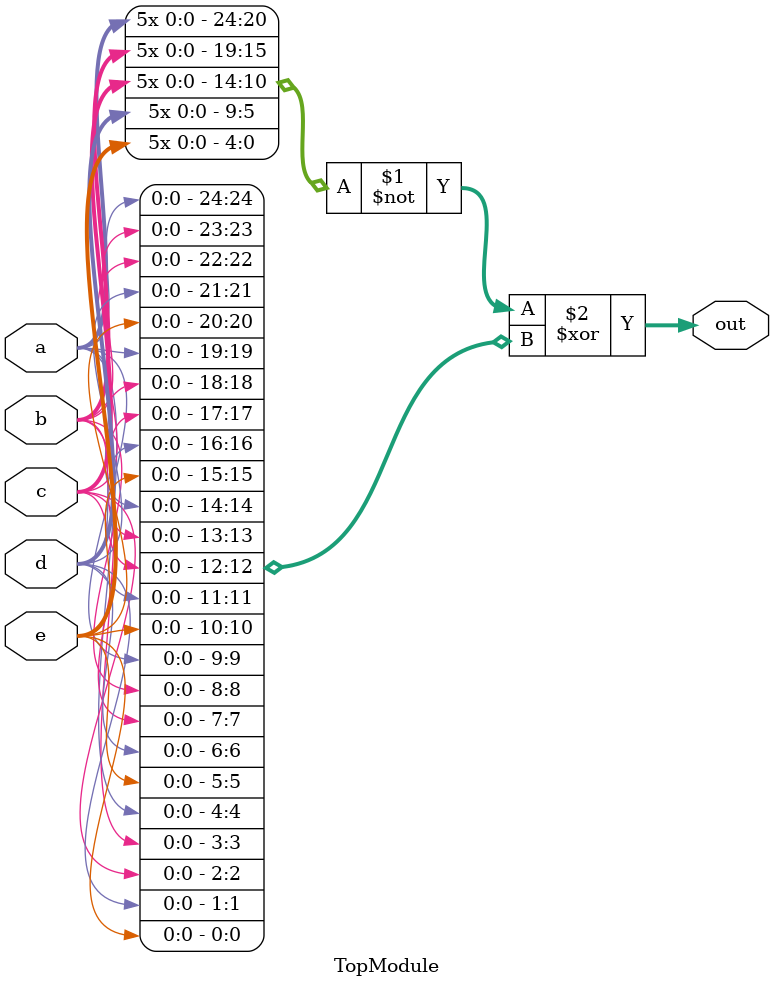
<source format=sv>
module TopModule (
  input a,
  input b,
  input c,
  input d,
  input e,
  output [24:0] out
);

  assign out = ~{ {5{a}}, {5{b}}, {5{c}}, {5{d}}, {5{e}} } ^ {5{a,b,c,d,e}};

endmodule

</source>
